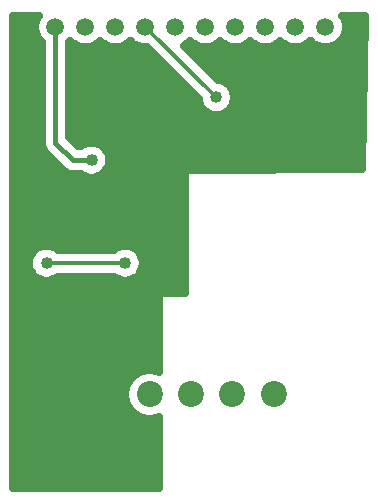
<source format=gbr>
G04 DipTrace 4.0.0.2*
G04 2 - Bottom.gbr*
%MOIN*%
G04 #@! TF.FileFunction,Copper,L2,Bot*
G04 #@! TF.Part,Single*
G04 #@! TA.AperFunction,Conductor*
%ADD14C,0.012*%
%ADD16C,0.015*%
G04 #@! TA.AperFunction,CopperBalancing*
%ADD18C,0.025*%
G04 #@! TA.AperFunction,ComponentPad*
%ADD23R,0.059055X0.059055*%
%ADD24C,0.059055*%
%ADD27R,0.086614X0.086614*%
%ADD28C,0.086614*%
G04 #@! TA.AperFunction,ViaPad*
%ADD30C,0.04*%
%FSLAX26Y26*%
G04*
G70*
G90*
G75*
G01*
G04 Bottom*
%LPD*%
X573916Y1968803D2*
D16*
Y1582832D1*
X631499Y1525249D1*
X694000D1*
X806500Y1181500D2*
D14*
X544000D1*
X873916Y1968803D2*
Y1970333D1*
X1110190Y1734059D1*
D30*
X694000Y1525249D3*
X806500Y1181500D3*
X544000D3*
X1110190Y1734059D3*
X1131500Y1621657D3*
X1369000D3*
X956500Y1206500D3*
X649906Y1617278D3*
X494000Y1006500D3*
X900251Y1456500D3*
X606500Y1306500D3*
X434018Y1981631D2*
D18*
X504626D1*
X1543198D2*
X1603113D1*
X434018Y1956762D2*
X504446D1*
X1543378D2*
X1602538D1*
X434018Y1931894D2*
X514278D1*
X1533546D2*
X1601965D1*
X434018Y1907025D2*
X525403D1*
X622409D2*
X642924D1*
X704908D2*
X742933D1*
X804881D2*
X842942D1*
X1004899D2*
X1042925D1*
X1104908D2*
X1142934D1*
X1204882D2*
X1242944D1*
X1304891D2*
X1342916D1*
X1404900D2*
X1442925D1*
X1504874D2*
X1601390D1*
X434018Y1882156D2*
X525403D1*
X622409D2*
X896660D1*
X1027542D2*
X1600816D1*
X434018Y1857287D2*
X525403D1*
X622409D2*
X921529D1*
X1052411D2*
X1600241D1*
X434018Y1832419D2*
X525403D1*
X622409D2*
X946396D1*
X1077278D2*
X1599668D1*
X434018Y1807550D2*
X525403D1*
X622409D2*
X971264D1*
X1102146D2*
X1599093D1*
X434018Y1782681D2*
X525403D1*
X622409D2*
X996131D1*
X1145206D2*
X1598483D1*
X434018Y1757812D2*
X525403D1*
X622409D2*
X1021000D1*
X1166163D2*
X1597909D1*
X434018Y1732944D2*
X525403D1*
X622409D2*
X1045867D1*
X1171186D2*
X1597335D1*
X434018Y1708075D2*
X525403D1*
X622409D2*
X1055269D1*
X1165087D2*
X1596761D1*
X434018Y1683206D2*
X525403D1*
X622409D2*
X1078773D1*
X1141618D2*
X1596186D1*
X434018Y1658337D2*
X525403D1*
X622409D2*
X1595613D1*
X434018Y1633469D2*
X525403D1*
X622409D2*
X1595038D1*
X434018Y1608600D2*
X525403D1*
X622409D2*
X1594465D1*
X434018Y1583731D2*
X525403D1*
X640567D2*
X1593890D1*
X434018Y1558862D2*
X532150D1*
X744381D2*
X1593281D1*
X434018Y1533993D2*
X555186D1*
X754356D2*
X1592706D1*
X434018Y1509125D2*
X580055D1*
X752741D2*
X1592133D1*
X434018Y1484256D2*
X608115D1*
X738244D2*
X1003991D1*
X434018Y1459387D2*
X1003991D1*
X434018Y1434518D2*
X1003991D1*
X434018Y1409650D2*
X1003991D1*
X434018Y1384781D2*
X1003991D1*
X434018Y1359912D2*
X1003991D1*
X434018Y1335043D2*
X1003991D1*
X434018Y1310175D2*
X1003991D1*
X434018Y1285306D2*
X1003991D1*
X434018Y1260437D2*
X1003991D1*
X434018Y1235568D2*
X519159D1*
X568835D2*
X781652D1*
X831328D2*
X1003991D1*
X434018Y1210699D2*
X490811D1*
X859676D2*
X1003991D1*
X434018Y1185831D2*
X483167D1*
X867356D2*
X1003991D1*
X434018Y1160962D2*
X486719D1*
X863766D2*
X1003991D1*
X434018Y1136093D2*
X504626D1*
X583367D2*
X767118D1*
X845896D2*
X1003991D1*
X434018Y1111224D2*
X1003991D1*
X434018Y1086356D2*
X1003991D1*
X434018Y1061487D2*
X916505D1*
X434018Y1036618D2*
X916505D1*
X434018Y1011749D2*
X916505D1*
X434018Y986881D2*
X916505D1*
X434018Y962012D2*
X916505D1*
X434018Y937143D2*
X916505D1*
X434018Y912274D2*
X916505D1*
X434018Y887406D2*
X916505D1*
X434018Y862537D2*
X916505D1*
X434018Y837668D2*
X916505D1*
X434018Y812799D2*
X840825D1*
X434018Y787930D2*
X816101D1*
X434018Y763062D2*
X805551D1*
X434018Y738193D2*
X803505D1*
X434018Y713324D2*
X809247D1*
X434018Y688455D2*
X825035D1*
X434018Y663587D2*
X870071D1*
X434018Y638718D2*
X916505D1*
X434018Y613849D2*
X916505D1*
X434018Y588980D2*
X916505D1*
X434018Y564112D2*
X916505D1*
X434018Y539243D2*
X916505D1*
X434018Y514374D2*
X916505D1*
X434018Y489505D2*
X916505D1*
X434018Y464636D2*
X916505D1*
X434018Y439768D2*
X916505D1*
X919022Y668472D2*
X912882Y666197D1*
X906699Y664453D1*
X900400Y663199D1*
X894021Y662445D1*
X887602Y662193D1*
X881184Y662445D1*
X874804Y663199D1*
X868505Y664453D1*
X862323Y666197D1*
X856297Y668420D1*
X850463Y671109D1*
X844858Y674248D1*
X839517Y677816D1*
X834472Y681794D1*
X829756Y686154D1*
X825396Y690870D1*
X821419Y695915D1*
X817850Y701256D1*
X814711Y706861D1*
X812022Y712694D1*
X809799Y718720D1*
X808055Y724903D1*
X806802Y731202D1*
X806047Y737581D1*
X805795Y744000D1*
X806047Y750419D1*
X806802Y756798D1*
X808055Y763097D1*
X809799Y769280D1*
X812022Y775306D1*
X814711Y781139D1*
X817850Y786744D1*
X821419Y792085D1*
X825396Y797130D1*
X829756Y801846D1*
X834472Y806206D1*
X839517Y810184D1*
X844858Y813752D1*
X850463Y816891D1*
X856297Y819580D1*
X862323Y821803D1*
X868505Y823547D1*
X874804Y824801D1*
X881184Y825555D1*
X887602Y825807D1*
X894021Y825555D1*
X900400Y824801D1*
X906699Y823547D1*
X912882Y821803D1*
X919022Y819528D1*
X919038Y1069980D1*
X919612Y1072862D1*
X920843Y1075531D1*
X922661Y1077839D1*
X924969Y1079657D1*
X927638Y1080888D1*
X930520Y1081462D1*
X1006528Y1081500D1*
X1006538Y1482480D1*
X1007112Y1485362D1*
X1008343Y1488031D1*
X1010161Y1490339D1*
X1012469Y1492157D1*
X1015138Y1493388D1*
X1018020Y1493962D1*
X1594253Y1494000D1*
X1606206Y2006517D1*
X1530570Y2006500D1*
X1534520Y1999688D1*
X1538605Y1989825D1*
X1541097Y1979445D1*
X1541934Y1968803D1*
X1541097Y1958161D1*
X1538605Y1947781D1*
X1534520Y1937919D1*
X1528942Y1928818D1*
X1522009Y1920701D1*
X1513892Y1913768D1*
X1504791Y1908190D1*
X1494929Y1904105D1*
X1484549Y1901613D1*
X1473907Y1900776D1*
X1463265Y1901613D1*
X1452885Y1904105D1*
X1443022Y1908190D1*
X1433921Y1913768D1*
X1425804Y1920701D1*
X1423949Y1922707D1*
X1418087Y1917075D1*
X1409451Y1910801D1*
X1399940Y1905954D1*
X1389787Y1902655D1*
X1379244Y1900986D1*
X1368570D1*
X1358026Y1902655D1*
X1347874Y1905954D1*
X1338362Y1910801D1*
X1329727Y1917075D1*
X1323949Y1922707D1*
X1318087Y1917075D1*
X1309451Y1910801D1*
X1299940Y1905954D1*
X1289787Y1902655D1*
X1279244Y1900986D1*
X1268570D1*
X1258026Y1902655D1*
X1247874Y1905954D1*
X1238362Y1910801D1*
X1229727Y1917075D1*
X1223949Y1922707D1*
X1218096Y1917075D1*
X1209461Y1910801D1*
X1199949Y1905954D1*
X1189797Y1902655D1*
X1179253Y1900986D1*
X1168579D1*
X1158035Y1902655D1*
X1147883Y1905954D1*
X1138371Y1910801D1*
X1129736Y1917075D1*
X1123958Y1922707D1*
X1118096Y1917075D1*
X1109461Y1910801D1*
X1099949Y1905954D1*
X1089797Y1902655D1*
X1079253Y1900986D1*
X1068579D1*
X1058035Y1902655D1*
X1047883Y1905954D1*
X1038371Y1910801D1*
X1029736Y1917075D1*
X1023958Y1922707D1*
X1018096Y1917075D1*
X1009461Y1910801D1*
X1000840Y1906365D1*
X1114810Y1792371D1*
X1123846Y1790942D1*
X1132577Y1788106D1*
X1140756Y1783938D1*
X1148182Y1778543D1*
X1154675Y1772051D1*
X1160070Y1764625D1*
X1164238Y1756446D1*
X1167073Y1747715D1*
X1168510Y1738648D1*
Y1729470D1*
X1167073Y1720403D1*
X1164238Y1711672D1*
X1160070Y1703493D1*
X1154675Y1696067D1*
X1148182Y1689575D1*
X1140756Y1684180D1*
X1132577Y1680012D1*
X1123846Y1677176D1*
X1114780Y1675739D1*
X1105601D1*
X1096534Y1677176D1*
X1087803Y1680012D1*
X1079625Y1684180D1*
X1072198Y1689575D1*
X1065706Y1696067D1*
X1060311Y1703493D1*
X1056143Y1711672D1*
X1053307Y1720403D1*
X1051873Y1729451D1*
X880257Y1901059D1*
X873916Y1900776D1*
X863274Y1901613D1*
X852894Y1904105D1*
X843031Y1908190D1*
X833930Y1913768D1*
X825814Y1920701D1*
X823958Y1922707D1*
X818096Y1917075D1*
X809461Y1910801D1*
X799949Y1905954D1*
X789797Y1902655D1*
X779253Y1900986D1*
X768579D1*
X758035Y1902655D1*
X747883Y1905954D1*
X738371Y1910801D1*
X729736Y1917075D1*
X723958Y1922707D1*
X718096Y1917075D1*
X709461Y1910801D1*
X699949Y1905954D1*
X689797Y1902655D1*
X679253Y1900986D1*
X668579D1*
X658035Y1902655D1*
X647883Y1905954D1*
X638371Y1910801D1*
X629736Y1917075D1*
X623958Y1922707D1*
X619920Y1918760D1*
X619916Y1601885D1*
X650541Y1571261D1*
X657864Y1571249D1*
X663434Y1575129D1*
X671613Y1579297D1*
X680344Y1582133D1*
X689411Y1583570D1*
X698589D1*
X707656Y1582133D1*
X716387Y1579297D1*
X724566Y1575129D1*
X731992Y1569734D1*
X738484Y1563241D1*
X743879Y1555815D1*
X748047Y1547636D1*
X750883Y1538906D1*
X752320Y1529839D1*
Y1520660D1*
X750883Y1511593D1*
X748047Y1502862D1*
X743879Y1494684D1*
X738484Y1487257D1*
X731992Y1480765D1*
X724566Y1475370D1*
X716387Y1471202D1*
X707656Y1468366D1*
X698589Y1466929D1*
X689411D1*
X680344Y1468366D1*
X671613Y1471202D1*
X663434Y1475370D1*
X657938Y1479244D1*
X627890Y1479391D1*
X620760Y1480520D1*
X613895Y1482751D1*
X607463Y1486028D1*
X601625Y1490270D1*
X580222Y1511472D1*
X538937Y1552959D1*
X534694Y1558799D1*
X531417Y1565231D1*
X529186Y1572096D1*
X528058Y1579224D1*
X527916Y1610396D1*
Y1918677D1*
X522188Y1924623D1*
X515913Y1933259D1*
X511067Y1942770D1*
X507768Y1952923D1*
X506098Y1963466D1*
Y1974140D1*
X507768Y1984684D1*
X511067Y1994836D1*
X515913Y2004348D1*
X517362Y2006516D1*
X431508Y2006500D1*
X431500Y431510D1*
X919012Y431500D1*
X919000Y668488D1*
X768504Y1137000D2*
X581979D1*
X574566Y1131621D1*
X566387Y1127453D1*
X557656Y1124617D1*
X548589Y1123180D1*
X539411D1*
X530344Y1124617D1*
X521613Y1127453D1*
X513434Y1131621D1*
X506008Y1137016D1*
X499516Y1143508D1*
X494121Y1150934D1*
X489953Y1159113D1*
X487117Y1167844D1*
X485680Y1176911D1*
Y1186089D1*
X487117Y1195156D1*
X489953Y1203887D1*
X494121Y1212066D1*
X499516Y1219492D1*
X506008Y1225984D1*
X513434Y1231379D1*
X521613Y1235547D1*
X530344Y1238383D1*
X539411Y1239820D1*
X548589D1*
X557656Y1238383D1*
X566387Y1235547D1*
X574566Y1231379D1*
X581979Y1225995D1*
X768521Y1226000D1*
X775934Y1231379D1*
X784113Y1235547D1*
X792844Y1238383D1*
X801911Y1239820D1*
X811089D1*
X820156Y1238383D1*
X828887Y1235547D1*
X837066Y1231379D1*
X844492Y1225984D1*
X850984Y1219492D1*
X856379Y1212066D1*
X860547Y1203887D1*
X863383Y1195156D1*
X864820Y1186089D1*
Y1176911D1*
X863383Y1167844D1*
X860547Y1159113D1*
X856379Y1150934D1*
X850984Y1143508D1*
X844492Y1137016D1*
X837066Y1131621D1*
X828887Y1127453D1*
X820156Y1124617D1*
X811089Y1123180D1*
X801911D1*
X792844Y1124617D1*
X784113Y1127453D1*
X775934Y1131621D1*
X768521Y1137005D1*
D23*
X473916Y1968803D3*
D24*
X573916D3*
X673916D3*
X773916D3*
X873916D3*
X973916D3*
X1073916D3*
X1173916D3*
X1273907D3*
X1373907D3*
X1473907D3*
X1573907D3*
D27*
X749807Y744000D3*
D28*
X887602D3*
X1025398D3*
X1163193D3*
X1300988D3*
M02*

</source>
